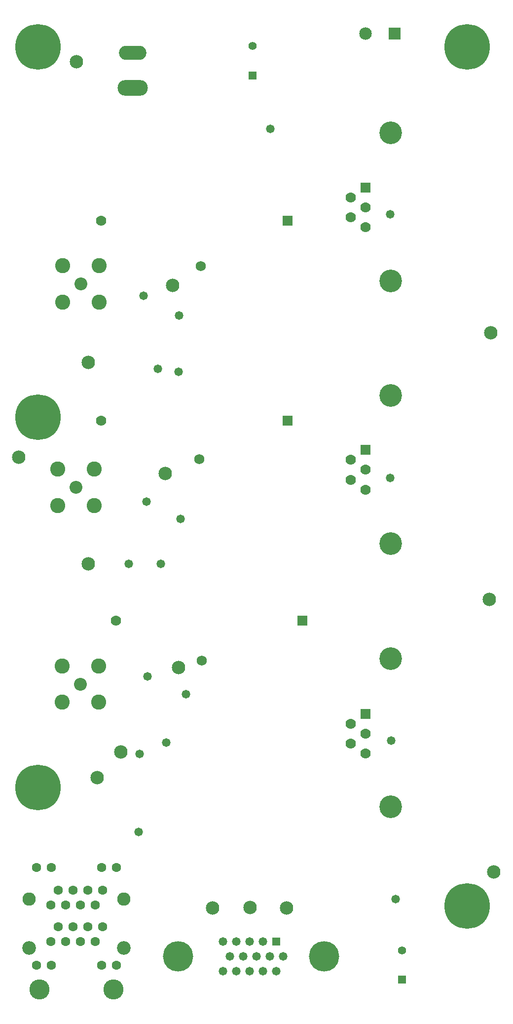
<source format=gbs>
G04*
G04 #@! TF.GenerationSoftware,Altium Limited,Altium Designer,22.2.1 (43)*
G04*
G04 Layer_Color=16711935*
%FSLAX25Y25*%
%MOIN*%
G70*
G04*
G04 #@! TF.SameCoordinates,E0F774C6-AB57-453B-A1BD-6DE14182A92C*
G04*
G04*
G04 #@! TF.FilePolarity,Negative*
G04*
G01*
G75*
%ADD27C,0.05800*%
%ADD28R,0.05800X0.05800*%
%ADD29C,0.20485*%
%ADD30R,0.07000X0.07000*%
%ADD31C,0.07000*%
%ADD32C,0.03800*%
%ADD33C,0.30800*%
%ADD34R,0.05600X0.05600*%
%ADD35C,0.05600*%
%ADD36O,0.20485X0.10642*%
%ADD37O,0.18517X0.09658*%
%ADD38C,0.09068*%
%ADD39C,0.06300*%
%ADD40C,0.13600*%
%ADD41C,0.09000*%
%ADD42C,0.09200*%
%ADD43C,0.15300*%
%ADD44R,0.07000X0.07000*%
%ADD45C,0.08674*%
%ADD46C,0.10249*%
%ADD47C,0.08477*%
%ADD48R,0.08477X0.08477*%
%ADD49C,0.06800*%
D27*
X849898Y76094D02*
D03*
X840921D02*
D03*
X831945D02*
D03*
X822968D02*
D03*
X813992D02*
D03*
X840921Y96094D02*
D03*
X831945D02*
D03*
X822968D02*
D03*
X813992D02*
D03*
X818480Y86094D02*
D03*
X827457D02*
D03*
X836433D02*
D03*
X845409D02*
D03*
X854386D02*
D03*
X757000Y170000D02*
D03*
X757500Y222500D02*
D03*
X772000Y351000D02*
D03*
X763000Y275000D02*
D03*
X750100Y351000D02*
D03*
X775600Y230400D02*
D03*
X788900Y262900D02*
D03*
X930500Y124500D02*
D03*
X927609Y231691D02*
D03*
X927000Y587000D02*
D03*
Y409000D02*
D03*
X769800Y482800D02*
D03*
X762200Y393000D02*
D03*
X760100Y531900D02*
D03*
X785300Y381200D02*
D03*
X784000Y480600D02*
D03*
X784100Y518700D02*
D03*
X845858Y644500D02*
D03*
D28*
X849819Y95937D02*
D03*
D29*
X882063Y86094D02*
D03*
X783677D02*
D03*
D30*
X857500Y447500D02*
D03*
X857500Y582500D02*
D03*
X867500Y312500D02*
D03*
D31*
X731500Y447500D02*
D03*
X900189Y598307D02*
D03*
X910189Y591614D02*
D03*
X900189Y584921D02*
D03*
X910189Y578228D02*
D03*
X900189Y421193D02*
D03*
X910189Y414500D02*
D03*
X900189Y407807D02*
D03*
X910189Y401114D02*
D03*
Y223000D02*
D03*
X900189Y229693D02*
D03*
X910189Y236386D02*
D03*
X900189Y243079D02*
D03*
X731500Y582500D02*
D03*
X741500Y312500D02*
D03*
D32*
X979000Y131250D02*
D03*
X990250Y120000D02*
D03*
X979000Y108750D02*
D03*
X967750Y120000D02*
D03*
X969158Y125906D02*
D03*
X973094Y129842D02*
D03*
Y110158D02*
D03*
X988842Y114094D02*
D03*
X984906Y129842D02*
D03*
X969158Y114094D02*
D03*
X984906Y110158D02*
D03*
X988842Y125906D02*
D03*
X689000Y461250D02*
D03*
X700250Y450000D02*
D03*
X689000Y438750D02*
D03*
X677750Y450000D02*
D03*
X679157Y455905D02*
D03*
X683095Y459842D02*
D03*
Y440158D02*
D03*
X698842Y444095D02*
D03*
X694906Y459842D02*
D03*
X679157Y444095D02*
D03*
X694906Y440158D02*
D03*
X698842Y455905D02*
D03*
X689000Y211250D02*
D03*
X700250Y200000D02*
D03*
X689000Y188750D02*
D03*
X677750Y200000D02*
D03*
X679157Y205906D02*
D03*
X683095Y209842D02*
D03*
Y190157D02*
D03*
X698842Y194095D02*
D03*
X694906Y209842D02*
D03*
X679157Y194095D02*
D03*
X694906Y190157D02*
D03*
X698842Y205906D02*
D03*
X689000Y711250D02*
D03*
X700250Y700000D02*
D03*
X689000Y688750D02*
D03*
X677750Y700000D02*
D03*
X679157Y705905D02*
D03*
X683095Y709842D02*
D03*
Y690158D02*
D03*
X698842Y694095D02*
D03*
X694906Y709842D02*
D03*
X679157Y694095D02*
D03*
X694906Y690158D02*
D03*
X698842Y705905D02*
D03*
X988842D02*
D03*
X984906Y690158D02*
D03*
X969158Y694095D02*
D03*
X984906Y709842D02*
D03*
X988842Y694095D02*
D03*
X973094Y690158D02*
D03*
Y709842D02*
D03*
X969158Y705905D02*
D03*
X967750Y700000D02*
D03*
X979000Y688750D02*
D03*
X990250Y700000D02*
D03*
X979000Y711250D02*
D03*
D33*
Y120000D02*
D03*
X689000Y450000D02*
D03*
Y200000D02*
D03*
Y700000D02*
D03*
X979000D02*
D03*
D34*
X935000Y70300D02*
D03*
X834031Y680800D02*
D03*
D35*
X935000Y90000D02*
D03*
X834031Y700500D02*
D03*
D36*
X753000Y672378D02*
D03*
D37*
Y696000D02*
D03*
D38*
X715000Y690000D02*
D03*
X729000Y206500D02*
D03*
X780000Y539000D02*
D03*
X995000Y507000D02*
D03*
X857000Y118700D02*
D03*
X775000Y412000D02*
D03*
X994000Y327000D02*
D03*
X832200Y118900D02*
D03*
X784000Y281000D02*
D03*
X997000Y143000D02*
D03*
X676000Y423000D02*
D03*
X806800Y118600D02*
D03*
X723000Y487000D02*
D03*
Y351000D02*
D03*
X745000Y224000D02*
D03*
D39*
X742000Y80094D02*
D03*
X732000D02*
D03*
X698000D02*
D03*
X688000D02*
D03*
X732000Y146094D02*
D03*
X698000D02*
D03*
X742000D02*
D03*
X688000D02*
D03*
X732500Y130594D02*
D03*
X727500Y120594D02*
D03*
X722500Y130594D02*
D03*
X717500Y120594D02*
D03*
X712500Y130594D02*
D03*
X707500Y120594D02*
D03*
X702500Y130594D02*
D03*
X697500Y120594D02*
D03*
X732500Y106094D02*
D03*
X727500Y96094D02*
D03*
X722500Y106094D02*
D03*
X717500Y96094D02*
D03*
X712500Y106094D02*
D03*
X707500Y96094D02*
D03*
X702500Y106094D02*
D03*
X697500Y96094D02*
D03*
D40*
X740000Y63594D02*
D03*
X690000D02*
D03*
D41*
X747000Y124594D02*
D03*
X683000D02*
D03*
D42*
X747000Y91594D02*
D03*
X683000D02*
D03*
D43*
X927189Y542000D02*
D03*
Y642000D02*
D03*
Y287000D02*
D03*
Y187000D02*
D03*
Y364500D02*
D03*
Y464500D02*
D03*
D44*
X910189Y605000D02*
D03*
Y427886D02*
D03*
Y249772D02*
D03*
D45*
X717677Y269823D02*
D03*
X714677Y402677D02*
D03*
X718000Y540000D02*
D03*
D46*
X705354Y282146D02*
D03*
X730000D02*
D03*
Y257500D02*
D03*
X705354D02*
D03*
X702354Y415000D02*
D03*
X727000D02*
D03*
Y390354D02*
D03*
X702354D02*
D03*
X730323Y527677D02*
D03*
Y552323D02*
D03*
X705677D02*
D03*
Y527677D02*
D03*
D47*
X910157Y709000D02*
D03*
D48*
X929842D02*
D03*
D49*
X799500Y285748D02*
D03*
X798000Y421500D02*
D03*
X799000Y552000D02*
D03*
M02*

</source>
